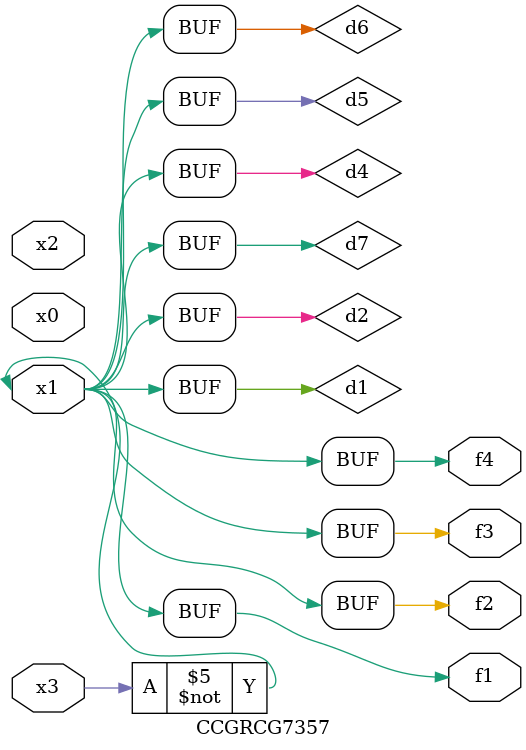
<source format=v>
module CCGRCG7357(
	input x0, x1, x2, x3,
	output f1, f2, f3, f4
);

	wire d1, d2, d3, d4, d5, d6, d7;

	not (d1, x3);
	buf (d2, x1);
	xnor (d3, d1, d2);
	nor (d4, d1);
	buf (d5, d1, d2);
	buf (d6, d4, d5);
	nand (d7, d4);
	assign f1 = d6;
	assign f2 = d7;
	assign f3 = d6;
	assign f4 = d6;
endmodule

</source>
